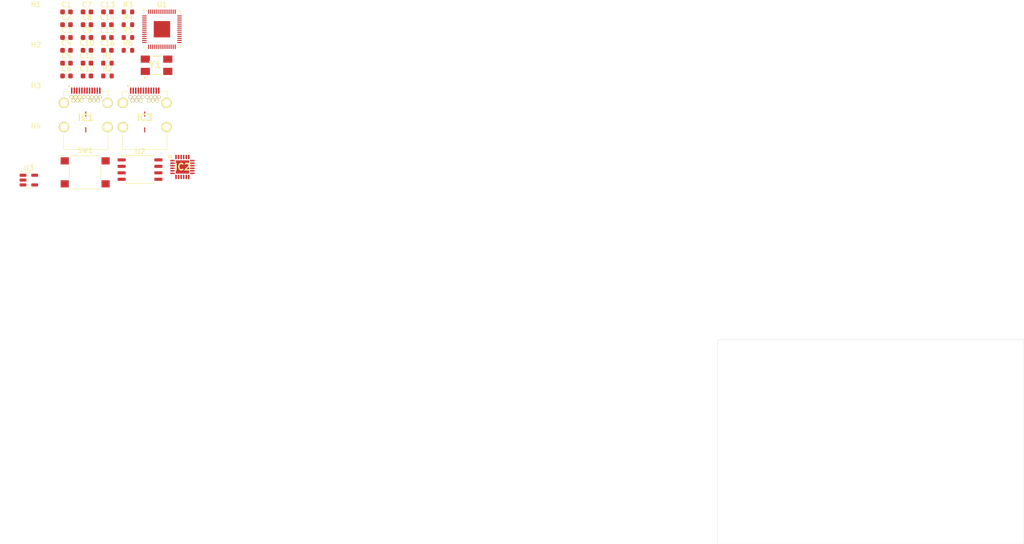
<source format=kicad_pcb>
(kicad_pcb (version 20240108) (generator "pcbnew") (generator_version "8.0")
  (layers (0 "F.Cu" signal) (31 "B.Cu" signal) (34 "B.Paste" user) (35 "F.Paste" user) (36 "B.SilkS" user "B.Silkscreen") (37 "F.SilkS" user "F.Silkscreen") (38 "B.Mask" user) (39 "F.Mask" user) (44 "Edge.Cuts" user))
  (net 0 "")
  (net 1 "GND")
  (net 3 "Net-(IC1-CC2)")
  (net 9 "Net-(IC1-CC1)")
  (net 19 "+3.3V")
  (net 22 "+1V1")
  (net 25 "VBUS")
  (net 27 "USB_D-")
  (net 29 "USB_D+")
  (net 37 "X_IN")
  (net 45 "X_OUT")
  (net 89 "Net-(U1-USB_DP)")
  (net 90 "Net-(U1-USB_DM)")
  (net 91 "I2C1_SDA")
  (net 92 "I2C1_SCL")
  (net 101 "Net-(IC3-CC2)")
  (net 106 "Net-(U1-QSPI_SS)")
  (net 107 "Net-(U1-QSPI_SD3)")
  (net 108 "Net-(U1-QSPI_SD0)")
  (net 109 "Net-(U1-QSPI_SD2)")
  (net 110 "Net-(U1-QSPI_SCLK)")
  (net 111 "Net-(U1-QSPI_SD1)")
  (net 112 "Net-(Y1-X2)")
  (net 114 "3.3V_EN")
  (net 115 "BOOT")
  (footprint "Capacitor_SMD:C_0603_1608Metric" (layer "F.Cu") (at 9.455 13.305)
    (property "Reference" "C6" (at 0 -1.43 0) (layer "F.SilkS"))
    (property "Value" "0.1u")
    (fp_line (start -0.14058 -0.51) (end 0.14058 -0.51) (stroke (width 0.12)) (layer "F.SilkS"))
    (fp_line (start -0.14058 0.51) (end 0.14058 0.51) (stroke (width 0.12)) (layer "F.SilkS"))
    (pad "1" smd roundrect (at -0.775 0) (size 0.9 0.95) (layers "F.Cu" "F.Paste" "F.Mask") (net 19 "+3.3V"))
    (pad "2" smd roundrect (at 0.775 0) (size 0.9 0.95) (layers "F.Cu" "F.Paste" "F.Mask") (net 1 "GND"))
  )
  (footprint "Capacitor_SMD:C_0603_1608Metric" (layer "F.Cu") (at 13.465 0.755)
    (property "Reference" "C7" (at 0 -1.43 0) (layer "F.SilkS"))
    (property "Value" "0.1u")
    (fp_line (start -0.14058 -0.51) (end 0.14058 -0.51) (stroke (width 0.12)) (layer "F.SilkS"))
    (fp_line (start -0.14058 0.51) (end 0.14058 0.51) (stroke (width 0.12)) (layer "F.SilkS"))
    (pad "1" smd roundrect (at -0.775 0) (size 0.9 0.95) (layers "F.Cu" "F.Paste" "F.Mask") (net 19 "+3.3V"))
    (pad "2" smd roundrect (at 0.775 0) (size 0.9 0.95) (layers "F.Cu" "F.Paste" "F.Mask") (net 1 "GND"))
  )
  (footprint "Capacitor_SMD:C_0603_1608Metric" (layer "F.Cu") (at 13.465 3.265)
    (property "Reference" "C8" (at 0 -1.43 0) (layer "F.SilkS"))
    (property "Value" "1u")
    (fp_line (start -0.14058 -0.51) (end 0.14058 -0.51) (stroke (width 0.12)) (layer "F.SilkS"))
    (fp_line (start -0.14058 0.51) (end 0.14058 0.51) (stroke (width 0.12)) (layer "F.SilkS"))
    (pad "1" smd roundrect (at -0.775 0) (size 0.9 0.95) (layers "F.Cu" "F.Paste" "F.Mask") (net 19 "+3.3V"))
    (pad "2" smd roundrect (at 0.775 0) (size 0.9 0.95) (layers "F.Cu" "F.Paste" "F.Mask") (net 1 "GND"))
  )
  (footprint "Capacitor_SMD:C_0603_1608Metric" (layer "F.Cu") (at 9.455 10.795)
    (property "Reference" "C5" (at 0 -1.43 0) (layer "F.SilkS"))
    (property "Value" "0.1u")
    (fp_line (start -0.14058 -0.51) (end 0.14058 -0.51) (stroke (width 0.12)) (layer "F.SilkS"))
    (fp_line (start -0.14058 0.51) (end 0.14058 0.51) (stroke (width 0.12)) (layer "F.SilkS"))
    (pad "1" smd roundrect (at -0.775 0) (size 0.9 0.95) (layers "F.Cu" "F.Paste" "F.Mask") (net 19 "+3.3V"))
    (pad "2" smd roundrect (at 0.775 0) (size 0.9 0.95) (layers "F.Cu" "F.Paste" "F.Mask") (net 1 "GND"))
  )
  (footprint "Capacitor_SMD:C_0603_1608Metric" (layer "F.Cu") (at 17.475 3.265)
    (property "Reference" "C14" (at 0 -1.43 0) (layer "F.SilkS"))
    (property "Value" "0.1u")
    (fp_line (start -0.14058 -0.51) (end 0.14058 -0.51) (stroke (width 0.12)) (layer "F.SilkS"))
    (fp_line (start -0.14058 0.51) (end 0.14058 0.51) (stroke (width 0.12)) (layer "F.SilkS"))
    (pad "1" smd roundrect (at -0.775 0) (size 0.9 0.95) (layers "F.Cu" "F.Paste" "F.Mask") (net 19 "+3.3V"))
    (pad "2" smd roundrect (at 0.775 0) (size 0.9 0.95) (layers "F.Cu" "F.Paste" "F.Mask") (net 1 "GND"))
  )
  (footprint "Package_SO:SOIC-8_5.23x5.23mm_P1.27mm" (layer "F.Cu") (at 23.855 31.645)
    (property "Reference" "U2" (at 0 -3.56 0) (layer "F.SilkS"))
    (property "Value" "W25Q128JVS")
    (fp_line (start -2.725 -2.725) (end -2.725 -2.465) (stroke (width 0.12)) (layer "F.SilkS"))
    (fp_line (start -2.725 2.725) (end -2.725 2.465) (stroke (width 0.12)) (layer "F.SilkS"))
    (fp_line (start 0 -2.725) (end -2.725 -2.725) (stroke (width 0.12)) (layer "F.SilkS"))
    (fp_line (start 0 -2.725) (end 2.725 -2.725) (stroke (width 0.12)) (layer "F.SilkS"))
    (fp_line (start 0 2.725) (end -2.725 2.725) (stroke (width 0.12)) (layer "F.SilkS"))
    (fp_line (start 0 2.725) (end 2.725 2.725) (stroke (width 0.12)) (layer "F.SilkS"))
    (fp_line (start 2.725 -2.725) (end 2.725 -2.465) (stroke (width 0.12)) (layer "F.SilkS"))
    (fp_line (start 2.725 2.725) (end 2.725 2.465) (stroke (width 0.12)) (layer "F.SilkS"))
    (fp_poly (pts (xy -3.5075 -2.465) (xy -3.7475 -2.795) (xy -3.2675 -2.795) (xy -3.5075 -2.465)) (stroke (width 0.12)) (fill solid) (layer "F.SilkS"))
    (pad "1" smd roundrect (at -3.6 -1.905) (size 1.6 0.6) (layers "F.Cu" "F.Paste" "F.Mask") (net 106 "Net-(U1-QSPI_SS)"))
    (pad "2" smd roundrect (at -3.6 -0.635) (size 1.6 0.6) (layers "F.Cu" "F.Paste" "F.Mask") (net 111 "Net-(U1-QSPI_SD1)"))
    (pad "3" smd roundrect (at -3.6 0.635) (size 1.6 0.6) (layers "F.Cu" "F.Paste" "F.Mask") (net 109 "Net-(U1-QSPI_SD2)"))
    (pad "4" smd roundrect (at -3.6 1.905) (size 1.6 0.6) (layers "F.Cu" "F.Paste" "F.Mask") (net 1 "GND"))
    (pad "5" smd roundrect (at 3.6 1.905) (size 1.6 0.6) (layers "F.Cu" "F.Paste" "F.Mask") (net 108 "Net-(U1-QSPI_SD0)"))
    (pad "6" smd roundrect (at 3.6 0.635) (size 1.6 0.6) (layers "F.Cu" "F.Paste" "F.Mask") (net 110 "Net-(U1-QSPI_SCLK)"))
    (pad "7" smd roundrect (at 3.6 -0.635) (size 1.6 0.6) (layers "F.Cu" "F.Paste" "F.Mask") (net 107 "Net-(U1-QSPI_SD3)"))
    (pad "8" smd roundrect (at 3.6 -1.905) (size 1.6 0.6) (layers "F.Cu" "F.Paste" "F.Mask") (net 19 "+3.3V"))
  )
  (footprint "TE-01:632723100011" (layer "F.Cu") (at 13.225 21.46)
    (property "Reference" "IC1" (at 0 0 0) (layer "F.SilkS") (effects (font (size 1.27 1.27) (thickness 0.254))))
    (property "Value" "632723100011" (hide yes))
    (fp_line (start -4.37 -5.11) (end -4.37 -4.15) (stroke (width 0.1)) (layer "F.SilkS"))
    (fp_line (start -4.37 3.35) (end -4.37 6.25) (stroke (width 0.1)) (layer "F.SilkS"))
    (fp_line (start -4.37 6.25) (end 4.37 6.25) (stroke (width 0.1)) (layer "F.SilkS"))
    (fp_line (start -3.27 -6.25) (end -3.27 -6.25) (stroke (width 0.3)) (layer "F.SilkS"))
    (fp_line (start -3.27 -6.15) (end -3.27 -6.15) (stroke (width 0.3)) (layer "F.SilkS"))
    (fp_line (start -3.27 -5.11) (end -4.37 -5.11) (stroke (width 0.1)) (layer "F.SilkS"))
    (fp_line (start 3.23 -5.15) (end 4.37 -5.11) (stroke (width 0.1)) (layer "F.SilkS"))
    (fp_line (start 4.37 -5.11) (end 4.37 -4.15) (stroke (width 0.1)) (layer "F.SilkS"))
    (fp_line (start 4.37 6.25) (end 4.37 3.35) (stroke (width 0.1)) (layer "F.SilkS"))
    (fp_arc (start -3.27 -6.25) (mid -3.22 -6.2) (end -3.27 -6.15) (stroke (width 0.3)) (layer "F.SilkS"))
    (fp_arc (start -3.27 -6.15) (mid -3.32 -6.2) (end -3.27 -6.25) (stroke (width 0.3)) (layer "F.SilkS"))
    (pad "A1" smd rect (at -2.75 -5.28) (size 0.3 1.2) (layers "F.Cu" "F.Paste" "F.Mask") (net 1 "GND"))
    (pad "A2" smd rect (at -2.25 -5.28) (size 0.3 1.2) (layers "F.Cu" "F.Paste" "F.Mask"))
    (pad "A3" smd rect (at -1.75 -5.28) (size 0.3 1.2) (layers "F.Cu" "F.Paste" "F.Mask"))
    (pad "A4" smd rect (at -1.25 -5.28) (size 0.3 1.2) (layers "F.Cu" "F.Paste" "F.Mask"))
    (pad "A5" smd rect (at -0.75 -5.28) (size 0.3 1.2) (layers "F.Cu" "F.Paste" "F.Mask") (net 9 "Net-(IC1-CC1)"))
    (pad "A6" smd rect (at -0.25 -5.28) (size 0.3 1.2) (layers "F.Cu" "F.Paste" "F.Mask"))
    (pad "A7" smd rect (at 0.25 -5.28) (size 0.3 1.2) (layers "F.Cu" "F.Paste" "F.Mask"))
    (pad "A8" smd rect (at 0.75 -5.28) (size 0.3 1.2) (layers "F.Cu" "F.Paste" "F.Mask"))
    (pad "A9" smd rect (at 1.25 -5.28) (size 0.3 1.2) (layers "F.Cu" "F.Paste" "F.Mask"))
    (pad "A10" smd rect (at 1.75 -5.28) (size 0.3 1.2) (layers "F.Cu" "F.Paste" "F.Mask"))
    (pad "A11" smd rect (at 2.25 -5.28) (size 0.3 1.2) (layers "F.Cu" "F.Paste" "F.Mask"))
    (pad "A12" smd rect (at 2.75 -5.28) (size 0.3 1.2) (layers "F.Cu" "F.Paste" "F.Mask") (net 1 "GND"))
    (pad "B1" thru_hole circle (at 2.8 -4.03 90) (size 0.7 0.7) (drill 0.4) (layers "*.Cu" "*.Mask" "F.SilkS") (net 1 "GND"))
    (pad "B2" thru_hole circle (at 2.4 -3.33 90) (size 0.7 0.7) (drill 0.4) (layers "*.Cu" "*.Mask" "F.SilkS"))
    (pad "B3" thru_hole circle (at 1.6 -3.33 90) (size 0.7 0.7) (drill 0.4) (layers "*.Cu" "*.Mask" "F.SilkS"))
    (pad "B4" thru_hole circle (at 1.2 -4.03 90) (size 0.7 0.7) (drill 0.4) (layers "*.Cu" "*.Mask" "F.SilkS"))
    (pad "B5" thru_hole circle (at 0.8 -3.33 90) (size 0.7 0.7) (drill 0.4) (layers "*.Cu" "*.Mask" "F.SilkS") (net 3 "Net-(IC1-CC2)"))
    (pad "B6" thru_hole circle (at 0.4 -4.03 90) (size 0.7 0.7) (drill 0.4) (layers "*.Cu" "*.Mask" "F.SilkS"))
    (pad "B7" thru_hole circle (at -0.4 -4.03 90) (size 0.7 0.7) (drill 0.4) (layers "*.Cu" "*.Mask" "F.SilkS"))
    (pad "B8" thru_hole circle (at -0.8 -3.33 90) (size 0.7 0.7) (drill 0.4) (layers "*.Cu" "*.Mask" "F.SilkS"))
    (pad "B9" thru_hole circle (at -1.2 -4.03 90) (size 0.7 0.7) (drill 0.4) (layers "*.Cu" "*.Mask" "F.SilkS"))
    (pad "B10" thru_hole circle (at -1.6 -3.33 90) (size 0.7 0.7) (drill 0.4) (layers "*.Cu" "*.Mask" "F.SilkS"))
    (pad "B11" thru_hole circle (at -2.4 -3.33 90) (size 0.7 0.7) (drill 0.4) (layers "*.Cu" "*.Mask" "F.SilkS"))
    (pad "B12" thru_hole circle (at -2.8 -4.03 90) (size 0.7 0.7) (drill 0.4) (layers "*.Cu" "*.Mask" "F.SilkS") (net 1 "GND"))
    (pad "G1" thru_hole circle (at -2 -4.03 90) (size 0.7 0.7) (drill 0.4) (layers "*.Cu" "*.Mask" "F.SilkS") (net 1 "GND"))
    (pad "G2" thru_hole circle (at 2 -4.03 90) (size 0.7 0.7) (drill 0.4) (layers "*.Cu" "*.Mask" "F.SilkS") (net 1 "GND"))
    (pad "MH1" thru_hole circle (at -4.27 -2.88 90) (size 2.01 2.01) (drill 1.34) (layers "*.Cu" "*.Mask" "F.SilkS"))
    (pad "MH2" thru_hole circle (at 4.27 -2.88 90) (size 2.01 2.01) (drill 1.34) (layers "*.Cu" "*.Mask" "F.SilkS"))
    (pad "MH3" thru_hole circle (at -4.27 1.85 90) (size 2.01 2.01) (drill 1.34) (layers "*.Cu" "*.Mask" "F.SilkS"))
    (pad "MH4" thru_hole circle (at 4.27 1.85 90) (size 2.01 2.01) (drill 1.34) (layers "*.Cu" "*.Mask" "F.SilkS"))
    (pad "MP1" smd rect (at 0 -0.7) (size 0.2 1) (layers "F.Cu" "F.Paste" "F.Mask"))
    (pad "MP2" smd rect (at 0 2.4) (size 0.2 1) (layers "F.Cu" "F.Paste" "F.Mask"))
  )
  (footprint "Resistor_SMD:R_0603_1608Metric" (layer "F.Cu") (at 21.485 0.755)
    (property "Reference" "R3" (at 0 -1.43 0) (layer "F.SilkS"))
    (property "Value" "NC")
    (fp_line (start -0.237258 -0.5225) (end 0.237258 -0.5225) (stroke (width 0.12)) (layer "F.SilkS"))
    (fp_line (start -0.237258 0.5225) (end 0.237258 0.5225) (stroke (width 0.12)) (layer "F.SilkS"))
    (pad "1" smd roundrect (at -0.825 0) (size 0.8 0.95) (layers "F.Cu" "F.Paste" "F.Mask") (net 19 "+3.3V"))
    (pad "2" smd roundrect (at 0.825 0) (size 0.8 0.95) (layers "F.Cu" "F.Paste" "F.Mask") (net 106 "Net-(U1-QSPI_SS)"))
  )
  (footprint "Package_DFN_QFN:QFN-56-1EP_7x7mm_P0.4mm_EP3.2x3.2mm" (layer "F.Cu") (at 28.145 4.155)
    (property "Reference" "U1" (at 0 -4.83 0) (layer "F.SilkS"))
    (property "Value" "RP2040")
    (fp_line (start -3.61 -2.96) (end -3.61 -3.37) (stroke (width 0.12)) (layer "F.SilkS"))
    (fp_line (start -3.61 3.61) (end -3.61 2.96) (stroke (width 0.12)) (layer "F.SilkS"))
    (fp_line (start -2.96 -3.61) (end -3.31 -3.61) (stroke (width 0.12)) (layer "F.SilkS"))
    (fp_line (start -2.96 3.61) (end -3.61 3.61) (stroke (width 0.12)) (layer "F.SilkS"))
    (fp_line (start 2.96 -3.61) (end 3.61 -3.61) (stroke (width 0.12)) (layer "F.SilkS"))
    (fp_line (start 2.96 3.61) (end 3.61 3.61) (stroke (width 0.12)) (layer "F.SilkS"))
    (fp_line (start 3.61 -3.61) (end 3.61 -2.96) (stroke (width 0.12)) (layer "F.SilkS"))
    (fp_line (start 3.61 3.61) (end 3.61 2.96) (stroke (width 0.12)) (layer "F.SilkS"))
    (fp_poly (pts (xy -3.61 -3.61) (xy -3.85 -3.94) (xy -3.37 -3.94) (xy -3.61 -3.61)) (stroke (width 0.12)) (fill solid) (layer "F.SilkS"))
    (pad "1" smd roundrect (at -3.4375 -2.6) (size 0.875 0.2) (layers "F.Cu" "F.Paste" "F.Mask") (net 19 "+3.3V"))
    (pad "2" smd roundrect (at -3.4375 -2.2) (size 0.875 0.2) (layers "F.Cu" "F.Paste" "F.Mask"))
    (pad "3" smd roundrect (at -3.4375 -1.8) (size 0.875 0.2) (layers "F.Cu" "F.Paste" "F.Mask"))
    (pad "4" smd roundrect (at -3.4375 -1.4) (size 0.875 0.2) (layers "F.Cu" "F.Paste" "F.Mask"))
    (pad "5" smd roundrect (at -3.4375 -1) (size 0.875 0.2) (layers "F.Cu" "F.Paste" "F.Mask"))
    (pad "6" smd roundrect (at -3.4375 -0.6) (size 0.875 0.2) (layers "F.Cu" "F.Paste" "F.Mask"))
    (pad "7" smd roundrect (at -3.4375 -0.2) (size 0.875 0.2) (layers "F.Cu" "F.Paste" "F.Mask"))
    (pad "8" smd roundrect (at -3.4375 0.2) (size 0.875 0.2) (layers "F.Cu" "F.Paste" "F.Mask") (net 91 "I2C1_SDA"))
    (pad "9" smd roundrect (at -3.4375 0.6) (size 0.875 0.2) (layers "F.Cu" "F.Paste" "F.Mask") (net 92 "I2C1_SCL"))
    (pad "10" smd roundrect (at -3.4375 1) (size 0.875 0.2) (layers "F.Cu" "F.Paste" "F.Mask") (net 19 "+3.3V"))
    (pad "11" smd roundrect (at -3.4375 1.4) (size 0.875 0.2) (layers "F.Cu" "F.Paste" "F.Mask"))
    (pad "12" smd roundrect (at -3.4375 1.8) (size 0.875 0.2) (layers "F.Cu" "F.Paste" "F.Mask"))
    (pad "13" smd roundrect (at -3.4375 2.2) (size 0.875 0.2) (layers "F.Cu" "F.Paste" "F.Mask"))
    (pad "14" smd roundrect (at -3.4375 2.6) (size 0.875 0.2) (layers "F.Cu" "F.Paste" "F.Mask"))
    (pad "15" smd roundrect (at -2.6 3.4375) (size 0.2 0.875) (layers "F.Cu" "F.Paste" "F.Mask"))
    (pad "16" smd roundrect (at -2.2 3.4375) (size 0.2 0.875) (layers "F.Cu" "F.Paste" "F.Mask"))
    (pad "17" smd roundrect (at -1.8 3.4375) (size 0.2 0.875) (layers "F.Cu" "F.Paste" "F.Mask"))
    (pad "18" smd roundrect (at -1.4 3.4375) (size 0.2 0.875) (layers "F.Cu" "F.Paste" "F.Mask"))
    (pad "19" smd roundrect (at -1 3.4375) (size 0.2 0.875) (layers "F.Cu" "F.Paste" "F.Mask") (net 1 "GND"))
    (pad "20" smd roundrect (at -0.6 3.4375) (size 0.2 0.875) (layers "F.Cu" "F.Paste" "F.Mask") (net 37 "X_IN"))
    (pad "21" smd roundrect (at -0.2 3.4375) (size 0.2 0.875) (layers "F.Cu" "F.Paste" "F.Mask") (net 45 "X_OUT"))
    (pad "22" smd roundrect (at 0.2 3.4375) (size 0.2 0.875) (layers "F.Cu" "F.Paste" "F.Mask") (net 19 "+3.3V"))
    (pad "23" smd roundrect (at 0.6 3.4375) (size 0.2 0.875) (layers "F.Cu" "F.Paste" "F.Mask") (net 22 "+1V1"))
    (pad "24" smd roundrect (at 1 3.4375) (size 0.2 0.875) (layers "F.Cu" "F.Paste" "F.Mask"))
    (pad "25" smd roundrect (at 1.4 3.4375) (size 0.2 0.875) (layers "F.Cu" "F.Paste" "F.Mask"))
    (pad "26" smd roundrect (at 1.8 3.4375) (size 0.2 0.875) (layers "F.Cu" "F.Paste" "F.Mask"))
    (pad "27" smd roundrect (at 2.2 3.4375) (size 0.2 0.875) (layers "F.Cu" "F.Paste" "F.Mask"))
    (pad "28" smd roundrect (at 2.6 3.4375) (size 0.2 0.875) (layers "F.Cu" "F.Paste" "F.Mask"))
    (pad "29" smd roundrect (at 3.4375 2.6) (size 0.875 0.2) (layers "F.Cu" "F.Paste" "F.Mask"))
    (pad "30" smd roundrect (at 3.4375 2.2) (size 0.875 0.2) (layers "F.Cu" "F.Paste" "F.Mask"))
    (pad "31" smd roundrect (at 3.4375 1.8) (size 0.875 0.2) (layers "F.Cu" "F.Paste" "F.Mask"))
    (pad "32" smd roundrect (at 3.4375 1.4) (size 0.875 0.2) (layers "F.Cu" "F.Paste" "F.Mask"))
    (pad "33" smd roundrect (at 3.4375 1) (size 0.875 0.2) (layers "F.Cu" "F.Paste" "F.Mask") (net 19 "+3.3V"))
    (pad "34" smd roundrect (at 3.4375 0.6) (size 0.875 0.2) (layers "F.Cu" "F.Paste" "F.Mask"))
    (pad "35" smd roundrect (at 3.4375 0.2) (size 0.875 0.2) (layers "F.Cu" "F.Paste" "F.Mask"))
    (pad "36" smd roundrect (at 3.4375 -0.2) (size 0.875 0.2) (layers "F.Cu" "F.Paste" "F.Mask"))
    (pad "37" smd roundrect (at 3.4375 -0.6) (size 0.875 0.2) (layers "F.Cu" "F.Paste" "F.Mask"))
    (pad "38" smd roundrect (at 3.4375 -1) (size 0.875 0.2) (layers "F.Cu" "F.Paste" "F.Mask"))
    (pad "39" smd roundrect (at 3.4375 -1.4) (size 0.875 0.2) (layers "F.Cu" "F.Paste" "F.Mask"))
    (pad "40" smd roundrect (at 3.4375 -1.8) (size 0.875 0.2) (layers "F.Cu" "F.Paste" "F.Mask"))
    (pad "41" smd roundrect (at 3.4375 -2.2) (size 0.875 0.2) (layers "F.Cu" "F.Paste" "F.Mask"))
    (pad "42" smd roundrect (at 3.4375 -2.6) (size 0.875 0.2) (layers "F.Cu" "F.Paste" "F.Mask") (net 19 "+3.3V"))
    (pad "43" smd roundrect (at 2.6 -3.4375) (size 0.2 0.875) (layers "F.Cu" "F.Paste" "F.Mask") (net 19 "+3.3V"))
    (pad "44" smd roundrect (at 2.2 -3.4375) (size 0.2 0.875) (layers "F.Cu" "F.Paste" "F.Mask") (net 19 "+3.3V"))
    (pad "45" smd roundrect (at 1.8 -3.4375) (size 0.2 0.875) (layers "F.Cu" "F.Paste" "F.Mask") (net 22 "+1V1"))
    (pad "46" smd roundrect (at 1.4 -3.4375) (size 0.2 0.875) (layers "F.Cu" "F.Paste" "F.Mask") (net 90 "Net-(U1-USB_DM)"))
    (pad "47" smd roundrect (at 1 -3.4375) (size 0.2 0.875) (layers "F.Cu" "F.Paste" "F.Mask") (net 89 "Net-(U1-USB_DP)"))
    (pad "48" smd roundrect (at 0.6 -3.4375) (size 0.2 0.875) (layers "F.Cu" "F.Paste" "F.Mask") (net 19 "+3.3V"))
    (pad "49" smd roundrect (at 0.2 -3.4375) (size 0.2 0.875) (layers "F.Cu" "F.Paste" "F.Mask") (net 19 "+3.3V"))
    (pad "50" smd roundrect (at -0.2 -3.4375) (size 0.2 0.875) (layers "F.Cu" "F.Paste" "F.Mask") (net 22 "+1V1"))
    (pad "51" smd roundrect (at -0.6 -3.4375) (size 0.2 0.875) (layers "F.Cu" "F.Paste" "F.Mask") (net 107 "Net-(U1-QSPI_SD3)"))
    (pad "52" smd roundrect (at -1 -3.4375) (size 0.2 0.875) (layers "F.Cu" "F.Paste" "F.Mask") (net 110 "Net-(U1-QSPI_SCLK)"))
    (pad "53" smd roundrect (at -1.4 -3.4375) (size 0.2 0.875) (layers "F.Cu" "F.Paste" "F.Mask") (net 108 "Net-(U1-QSPI_SD0)"))
    (pad "54" smd roundrect (at -1.8 -3.4375) (size 0.2 0.875) (layers "F.Cu" "F.Paste" "F.Mask") (net 109 "Net-(U1-QSPI_SD2)"))
    (pad "55" smd roundrect (at -2.2 -3.4375) (size 0.2 0.875) (layers "F.Cu" "F.Paste" "F.Mask") (net 111 "Net-(U1-QSPI_SD1)"))
    (pad "56" smd roundrect (at -2.6 -3.4375) (size 0.2 0.875) (layers "F.Cu" "F.Paste" "F.Mask") (net 106 "Net-(U1-QSPI_SS)"))
    (pad "57" smd rect (at 0 0) (size 3.2 3.2) (property pad_prop_heatsink) (layers "F.Cu" "F.Mask") (net 1 "GND"))
  )
  (footprint "Resistor_SMD:R_0603_1608Metric" (layer "F.Cu") (at 17.475 13.305)
    (property "Reference" "R2" (at 0 -1.43 0) (layer "F.SilkS"))
    (property "Value" "27")
    (fp_line (start -0.237258 -0.5225) (end 0.237258 -0.5225) (stroke (width 0.12)) (layer "F.SilkS"))
    (fp_line (start -0.237258 0.5225) (end 0.237258 0.5225) (stroke (width 0.12)) (layer "F.SilkS"))
    (pad "1" smd roundrect (at -0.825 0) (size 0.8 0.95) (layers "F.Cu" "F.Paste" "F.Mask") (net 27 "USB_D-"))
    (pad "2" smd roundrect (at 0.825 0) (size 0.8 0.95) (layers "F.Cu" "F.Paste" "F.Mask") (net 90 "Net-(U1-USB_DM)"))
  )
  (footprint "Capacitor_SMD:C_0603_1608Metric" (layer "F.Cu") (at 13.465 13.305)
    (property "Reference" "C12" (at 0 -1.43 0) (layer "F.SilkS"))
    (property "Value" "0.1u")
    (fp_line (start -0.14058 -0.51) (end 0.14058 -0.51) (stroke (width 0.12)) (layer "F.SilkS"))
    (fp_line (start -0.14058 0.51) (end 0.14058 0.51) (stroke (width 0.12)) (layer "F.SilkS"))
    (pad "1" smd roundrect (at -0.775 0) (size 0.9 0.95) (layers "F.Cu" "F.Paste" "F.Mask") (net 19 "+3.3V"))
    (pad "2" smd roundrect (at 0.775 0) (size 0.9 0.95) (layers "F.Cu" "F.Paste" "F.Mask") (net 1 "GND"))
  )
  (footprint "Capacitor_SMD:C_0603_1608Metric" (layer "F.Cu") (at 9.455 5.775)
    (property "Reference" "C3" (at 0 -1.43 0) (layer "F.SilkS"))
    (property "Value" "0.1u")
    (fp_line (start -0.14058 -0.51) (end 0.14058 -0.51) (stroke (width 0.12)) (layer "F.SilkS"))
    (fp_line (start -0.14058 0.51) (end 0.14058 0.51) (stroke (width 0.12)) (layer "F.SilkS"))
    (pad "1" smd roundrect (at -0.775 0) (size 0.9 0.95) (layers "F.Cu" "F.Paste" "F.Mask") (net 19 "+3.3V"))
    (pad "2" smd roundrect (at 0.775 0) (size 0.9 0.95) (layers "F.Cu" "F.Paste" "F.Mask") (net 1 "GND"))
  )
  (footprint "Capacitor_SMD:C_0603_1608Metric" (layer "F.Cu") (at 17.475 5.775)
    (property "Reference" "C15" (at 0 -1.43 0) (layer "F.SilkS"))
    (property "Value" "27p")
    (fp_line (start -0.14058 -0.51) (end 0.14058 -0.51) (stroke (width 0.12)) (layer "F.SilkS"))
    (fp_line (start -0.14058 0.51) (end 0.14058 0.51) (stroke (width 0.12)) (layer "F.SilkS"))
    (pad "1" smd roundrect (at -0.775 0) (size 0.9 0.95) (layers "F.Cu" "F.Paste" "F.Mask") (net 37 "X_IN"))
    (pad "2" smd roundrect (at 0.775 0) (size 0.9 0.95) (layers "F.Cu" "F.Paste" "F.Mask") (net 1 "GND"))
  )
  (footprint "MountingHole:MountingHole_3.2mm_M3" (layer "F.Cu") (at 3.475 3.475)
    (property "Reference" "H1" (at 0 -4.2 0) (layer "F.SilkS"))
    (property "Value" "MountingHole")
    (pad "" np_thru_hole circle (at 0 0) (size 3.2 3.2) (drill 3.2) (layers "*.Cu" "*.Mask"))
  )
  (footprint "Capacitor_SMD:C_0603_1608Metric" (layer "F.Cu") (at 13.465 10.795)
    (property "Reference" "C11" (at 0 -1.43 0) (layer "F.SilkS"))
    (property "Value" "1u")
    (fp_line (start -0.14058 -0.51) (end 0.14058 -0.51) (stroke (width 0.12)) (layer "F.SilkS"))
    (fp_line (start -0.14058 0.51) (end 0.14058 0.51) (stroke (width 0.12)) (layer "F.SilkS"))
    (pad "1" smd roundrect (at -0.775 0) (size 0.9 0.95) (layers "F.Cu" "F.Paste" "F.Mask") (net 22 "+1V1"))
    (pad "2" smd roundrect (at 0.775 0) (size 0.9 0.95) (layers "F.Cu" "F.Paste" "F.Mask") (net 1 "GND"))
  )
  (footprint "Capacitor_SMD:C_0603_1608Metric" (layer "F.Cu") (at 13.465 5.775)
    (property "Reference" "C9" (at 0 -1.43 0) (layer "F.SilkS"))
    (property "Value" "0.1u")
    (fp_line (start -0.14058 -0.51) (end 0.14058 -0.51) (stroke (width 0.12)) (layer "F.SilkS"))
    (fp_line (start -0.14058 0.51) (end 0.14058 0.51) (stroke (width 0.12)) (layer "F.SilkS"))
    (pad "1" smd roundrect (at -0.775 0) (size 0.9 0.95) (layers "F.Cu" "F.Paste" "F.Mask") (net 22 "+1V1"))
    (pad "2" smd roundrect (at 0.775 0) (size 0.9 0.95) (layers "F.Cu" "F.Paste" "F.Mask") (net 1 "GND"))
  )
  (footprint "Capacitor_SMD:C_0603_1608Metric" (layer "F.Cu") (at 9.455 8.285)
    (property "Reference" "C4" (at 0 -1.43 0) (layer "F.SilkS"))
    (property "Value" "0.1u")
    (fp_line (start -0.14058 -0.51) (end 0.14058 -0.51) (stroke (width 0.12)) (layer "F.SilkS"))
    (fp_line (start -0.14058 0.51) (end 0.14058 0.51) (stroke (width 0.12)) (layer "F.SilkS"))
    (pad "1" smd roundrect (at -0.775 0) (size 0.9 0.95) (layers "F.Cu" "F.Paste" "F.Mask") (net 19 "+3.3V"))
    (pad "2" smd roundrect (at 0.775 0) (size 0.9 0.95) (layers "F.Cu" "F.Paste" "F.Mask") (net 1 "GND"))
  )
  (footprint "Capacitor_SMD:C_0603_1608Metric" (layer "F.Cu") (at 9.455 0.755)
    (property "Reference" "C1" (at 0 -1.43 0) (layer "F.SilkS"))
    (property "Value" "0.1u")
    (fp_line (start -0.14058 -0.51) (end 0.14058 -0.51) (stroke (width 0.12)) (layer "F.SilkS"))
    (fp_line (start -0.14058 0.51) (end 0.14058 0.51) (stroke (width 0.12)) (layer "F.SilkS"))
    (pad "1" smd roundrect (at -0.775 0) (size 0.9 0.95) (layers "F.Cu" "F.Paste" "F.Mask") (net 19 "+3.3V"))
    (pad "2" smd roundrect (at 0.775 0) (size 0.9 0.95) (layers "F.Cu" "F.Paste" "F.Mask") (net 1 "GND"))
  )
  (footprint "TE-01:632723100011" (layer "F.Cu") (at 24.775 21.46)
    (property "Reference" "IC3" (at 0 0 0) (layer "F.SilkS") (effects (font (size 1.27 1.27) (thickness 0.254))))
    (property "Value" "632723100011" (hide yes))
    (fp_line (start -4.37 -5.11) (end -4.37 -4.15) (stroke (width 0.1)) (layer "F.SilkS"))
    (fp_line (start -4.37 3.35) (end -4.37 6.25) (stroke (width 0.1)) (layer "F.SilkS"))
    (fp_line (start -4.37 6.25) (end 4.37 6.25) (stroke (width 0.1)) (layer "F.SilkS"))
    (fp_line (start -3.27 -6.25) (end -3.27 -6.25) (stroke (width 0.3)) (layer "F.SilkS"))
    (fp_line (start -3.27 -6.15) (end -3.27 -6.15) (stroke (width 0.3)) (layer "F.SilkS"))
    (fp_line (start -3.27 -5.11) (end -4.37 -5.11) (stroke (width 0.1)) (layer "F.SilkS"))
    (fp_line (start 3.23 -5.15) (end 4.37 -5.11) (stroke (width 0.1)) (layer "F.SilkS"))
    (fp_line (start 4.37 -5.11) (end 4.37 -4.15) (stroke (width 0.1)) (layer "F.SilkS"))
    (fp_line (start 4.37 6.25) (end 4.37 3.35) (stroke (width 0.1)) (layer "F.SilkS"))
    (fp_arc (start -3.27 -6.25) (mid -3.22 -6.2) (end -3.27 -6.15) (stroke (width 0.3)) (layer "F.SilkS"))
    (fp_arc (start -3.27 -6.15) (mid -3.32 -6.2) (end -3.27 -6.25) (stroke (width 0.3)) (layer "F.SilkS"))
    (pad "A1" smd rect (at -2.75 -5.28) (size 0.3 1.2) (layers "F.Cu" "F.Paste" "F.Mask") (net 1 "GND"))
    (pad "A2" smd rect (at -2.25 -5.28) (size 0.3 1.2) (layers "F.Cu" "F.Paste" "F.Mask"))
    (pad "A3" smd rect (at -1.75 -5.28) (size 0.3 1.2) (layers "F.Cu" "F.Paste" "F.Mask"))
    (pad "A4" smd rect (at -1.25 -5.28) (size 0.3 1.2) (layers "F.Cu" "F.Paste" "F.Mask") (net 25 "VBUS"))
    (pad "A5" smd rect (at -0.75 -5.28) (size 0.3 1.2) (layers "F.Cu" "F.Paste" "F.Mask") (net 1 "GND"))
    (pad "A6" smd rect (at -0.25 -5.28) (size 0.3 1.2) (layers "F.Cu" "F.Paste" "F.Mask") (net 29 "USB_D+"))
    (pad "A7" smd rect (at 0.25 -5.28) (size 0.3 1.2) (layers "F.Cu" "F.Paste" "F.Mask") (net 27 "USB_D-"))
    (pad "A8" smd rect (at 0.75 -5.28) (size 0.3 1.2) (layers "F.Cu" "F.Paste" "F.Mask"))
    (pad "A9" smd rect (at 1.25 -5.28) (size 0.3 1.2) (layers "F.Cu" "F.Paste" "F.Mask") (net 25 "VBUS"))
    (pad "A10" smd rect (at 1.75 -5.28) (size 0.3 1.2) (layers "F.Cu" "F.Paste" "F.Mask"))
    (pad "A11" smd rect (at 2.25 -5.28) (size 0.3 1.2) (layers "F.Cu" "F.Paste" "F.Mask"))
    (pad "A12" smd rect (at 2.75 -5.28) (size 0.3 1.2) (layers "F.Cu" "F.Paste" "F.Mask") (net 1 "GND"))
    (pad "B1" thru_hole circle (at 2.8 -4.03 90) (size 0.7 0.7) (drill 0.4) (layers "*.Cu" "*.Mask" "F.SilkS") (net 1 "GND"))
    (pad "B2" thru_hole circle (at 2.4 -3.33 90) (size 0.7 0.7) (drill 0.4) (layers "*.Cu" "*.Mask" "F.SilkS"))
    (pad "B3" thru_hole circle (at 1.6 -3.33 90) (size 0.7 0.7) (drill 0.4) (layers "*.Cu" "*.Mask" "F.SilkS"))
    (pad "B4" thru_hole circle (at 1.2 -4.03 90) (size 0.7 0.7) (drill 0.4) (layers "*.Cu" "*.Mask" "F.SilkS") (net 25 "VBUS"))
    (pad "B5" thru_hole circle (at 0.8 -3.33 90) (size 0.7 0.7) (drill 0.4) (layers "*.Cu" "*.Mask" "F.SilkS") (net 101 "Net-(IC3-CC2)"))
    (pad "B6" thru_hole circle (at 0.4 -4.03 90) (size 0.7 0.7) (drill 0.4) (layers "*.Cu" "*.Mask" "F.SilkS") (net 29 "USB_D+"))
    (pad "B7" thru_hole circle (at -0.4 -4.03 90) (size 0.7 0.7) (drill 0.4) (layers "*.Cu" "*.Mask" "F.SilkS") (net 27 "USB_D-"))
    (pad "B8" thru_hole circle (at -0.8 -3.33 90) (size 0.7 0.7) (drill 0.4) (layers "*.Cu" "*.Mask" "F.SilkS"))
    (pad "B9" thru_hole circle (at -1.2 -4.03 90) (size 0.7 0.7) (drill 0.4) (layers "*.Cu" "*.Mask" "F.SilkS") (net 25 "VBUS"))
    (pad "B10" thru_hole circle (at -1.6 -3.33 90) (size 0.7 0.7) (drill 0.4) (layers "*.Cu" "*.Mask" "F.SilkS"))
    (pad "B11" thru_hole circle (at -2.4 -3.33 90) (size 0.7 0.7) (drill 0.4) (layers "*.Cu" "*.Mask" "F.SilkS"))
    (pad "B12" thru_hole circle (at -2.8 -4.03 90) (size 0.7 0.7) (drill 0.4) (layers "*.Cu" "*.Mask" "F.SilkS") (net 1 "GND"))
    (pad "G1" thru_hole circle (at -2 -4.03 90) (size 0.7 0.7) (drill 0.4) (layers "*.Cu" "*.Mask" "F.SilkS") (net 1 "GND"))
    (pad "G2" thru_hole circle (at 2 -4.03 90) (size 0.7 0.7) (drill 0.4) (layers "*.Cu" "*.Mask" "F.SilkS") (net 1 "GND"))
    (pad "MH1" thru_hole circle (at -4.27 -2.88 90) (size 2.01 2.01) (drill 1.34) (layers "*.Cu" "*.Mask" "F.SilkS"))
    (pad "MH2" thru_hole circle (at 4.27 -2.88 90) (size 2.01 2.01) (drill 1.34) (layers "*.Cu" "*.Mask" "F.SilkS"))
    (pad "MH3" thru_hole circle (at -4.27 1.85 90) (size 2.01 2.01) (drill 1.34) (layers "*.Cu" "*.Mask" "F.SilkS"))
    (pad "MH4" thru_hole circle (at 4.27 1.85 90) (size 2.01 2.01) (drill 1.34) (layers "*.Cu" "*.Mask" "F.SilkS"))
    (pad "MP1" smd rect (at 0 -0.7) (size 0.2 1) (layers "F.Cu" "F.Paste" "F.Mask"))
    (pad "MP2" smd rect (at 0 2.4) (size 0.2 1) (layers "F.Cu" "F.Paste" "F.Mask"))
  )
  (footprint "Resistor_SMD:R_0603_1608Metric" (layer "F.Cu") (at 21.485 8.285)
    (property "Reference" "R6" (at 0 -1.43 0) (layer "F.SilkS"))
    (property "Value" "1k")
    (fp_line (start -0.237258 -0.5225) (end 0.237258 -0.5225) (stroke (width 0.12)) (layer "F.SilkS"))
    (fp_line (start -0.237258 0.5225) (end 0.237258 0.5225) (stroke (width 0.12)) (layer "F.SilkS"))
    (pad "1" smd roundrect (at -0.825 0) (size 0.8 0.95) (layers "F.Cu" "F.Paste" "F.Mask") (net 45 "X_OUT"))
    (pad "2" smd roundrect (at 0.825 0) (size 0.8 0.95) (layers "F.Cu" "F.Paste" "F.Mask") (net 112 "Net-(Y1-X2)"))
  )
  (footprint "MountingHole:MountingHole_3.2mm_M3" (layer "F.Cu") (at 3.475 27.325)
    (property "Reference" "H4" (at 0 -4.2 0) (layer "F.SilkS"))
    (property "Value" "MountingHole")
    (pad "" np_thru_hole circle (at 0 0) (size 3.2 3.2) (drill 3.2) (layers "*.Cu" "*.Mask"))
  )
  (footprint "Resistor_SMD:R_0603_1608Metric" (layer "F.Cu") (at 21.485 5.775)
    (property "Reference" "R5" (at 0 -1.43 0) (layer "F.SilkS"))
    (property "Value" "NC")
    (fp_line (start -0.237258 -0.5225) (end 0.237258 -0.5225) (stroke (width 0.12)) (layer "F.SilkS"))
    (fp_line (start -0.237258 0.5225) (end 0.237258 0.5225) (stroke (width 0.12)) (layer "F.SilkS"))
    (pad "1" smd roundrect (at -0.825 0) (size 0.8 0.95) (layers "F.Cu" "F.Paste" "F.Mask") (net 115 "BOOT"))
    (pad "2" smd roundrect (at 0.825 0) (size 0.8 0.95) (layers "F.Cu" "F.Paste" "F.Mask") (net 106 "Net-(U1-QSPI_SS)"))
  )
  (footprint "Resistor_SMD:R_0603_1608Metric" (layer "F.Cu") (at 17.475 10.795)
    (property "Reference" "R1" (at 0 -1.43 0) (layer "F.SilkS"))
    (property "Value" "27")
    (fp_line (start -0.237258 -0.5225) (end 0.237258 -0.5225) (stroke (width 0.12)) (layer "F.SilkS"))
    (fp_line (start -0.237258 0.5225) (end 0.237258 0.5225) (stroke (width 0.12)) (layer "F.SilkS"))
    (pad "1" smd roundrect (at -0.825 0) (size 0.8 0.95) (layers "F.Cu" "F.Paste" "F.Mask") (net 29 "USB_D+"))
    (pad "2" smd roundrect (at 0.825 0) (size 0.8 0.95) (layers "F.Cu" "F.Paste" "F.Mask") (net 89 "Net-(U1-USB_DP)"))
  )
  (footprint "Capacitor_SMD:C_0603_1608Metric" (layer "F.Cu") (at 13.465 8.285)
    (property "Reference" "C10" (at 0 -1.43 0) (layer "F.SilkS"))
    (property "Value" "0.1u")
    (fp_line (start -0.14058 -0.51) (end 0.14058 -0.51) (stroke (width 0.12)) (layer "F.SilkS"))
    (fp_line (start -0.14058 0.51) (end 0.14058 0.51) (stroke (width 0.12)) (layer "F.SilkS"))
    (pad "1" smd roundrect (at -0.775 0) (size 0.9 0.95) (layers "F.Cu" "F.Paste" "F.Mask") (net 22 "+1V1"))
    (pad "2" smd roundrect (at 0.775 0) (size 0.9 0.95) (layers "F.Cu" "F.Paste" "F.Mask") (net 1 "GND"))
  )
  (footprint "TE-01:QFN50P400X400X90-25N-D" (layer "F.Cu") (at 32.157 31.135)
    (property "Reference" "IC2" (at 0 0 0) (layer "F.SilkS") (effects (font (size 1.27 1.27) (thickness 0.254))))
    (property "Value" "STUSB4700YQTR" (hide yes))
    (fp_circle (center -2.375 -2) (end -2.25 -2) (stroke (width 0.254)) (fill none) (layer "F.SilkS"))
    (pad "1" smd rect (at -1.95 -1.25 90) (size 0.3 0.85) (layers "F.Cu" "F.Paste" "F.Mask"))
    (pad "2" smd rect (at -1.95 -0.75 90) (size 0.3 0.85) (layers "F.Cu" "F.Paste" "F.Mask") (net 9 "Net-(IC1-CC1)"))
    (pad "3" smd rect (at -1.95 -0.25 90) (size 0.3 0.85) (layers "F.Cu" "F.Paste" "F.Mask"))
    (pad "4" smd rect (at -1.95 0.25 90) (size 0.3 0.85) (layers "F.Cu" "F.Paste" "F.Mask") (net 3 "Net-(IC1-CC2)"))
    (pad "5" smd rect (at -1.95 0.75 90) (size 0.3 0.85) (layers "F.Cu" "F.Paste" "F.Mask"))
    (pad "6" smd rect (at -1.95 1.25 90) (size 0.3 0.85) (layers "F.Cu" "F.Paste" "F.Mask"))
    (pad "7" smd rect (at -1.25 1.95) (size 0.3 0.85) (layers "F.Cu" "F.Paste" "F.Mask") (net 92 "I2C1_SCL"))
    (pad "8" smd rect (at -0.75 1.95) (size 0.3 0.85) (layers "F.Cu" "F.Paste" "F.Mask") (net 91 "I2C1_SDA"))
    (pad "9" smd rect (at -0.25 1.95) (size 0.3 0.85) (layers "F.Cu" "F.Paste" "F.Mask"))
    (pad "10" smd rect (at 0.25 1.95) (size 0.3 0.85) (layers "F.Cu" "F.Paste" "F.Mask") (net 1 "GND"))
    (pad "11" smd rect (at 0.75 1.95) (size 0.3 0.85) (layers "F.Cu" "F.Paste" "F.Mask"))
    (pad "12" smd rect (at 1.25 1.95) (size 0.3 0.85) (layers "F.Cu" "F.Paste" "F.Mask"))
    (pad "13" smd rect (at 1.95 1.25 90) (size 0.3 0.85) (layers "F.Cu" "F.Paste" "F.Mask"))
    (pad "14" smd rect (at 1.95 0.75 90) (size 0.3 0.85) (layers "F.Cu" "F.Paste" "F.Mask"))
    (pad "15" smd rect (at 1.95 0.25 90) (size 0.3 0.85) (layers "F.Cu" "F.Paste" "F.Mask"))
    (pad "16" smd rect (at 1.95 -0.25 90) (size 0.3 0.85) (layers "F.Cu" "F.Paste" "F.Mask"))
    (pad "17" smd rect (at 1.95 -0.75 90) (size 0.3 0.85) (layers "F.Cu" "F.Paste" "F.Mask"))
    (pad "18" smd rect (at 1.95 -1.25 90) (size 0.3 0.85) (layers "F.Cu" "F.Paste" "F.Mask"))
    (pad "19" smd rect (at 1.25 -1.95) (size 0.3 0.85) (layers "F.Cu" "F.Paste" "F.Mask"))
    (pad "20" smd rect (at 0.75 -1.95) (size 0.3 0.85) (layers "F.Cu" "F.Paste" "F.Mask"))
    (pad "21" smd rect (at 0.25 -1.95) (size 0.3 0.85) (layers "F.Cu" "F.Paste" "F.Mask"))
    (pad "22" smd rect (at -0.25 -1.95) (size 0.3 0.85) (layers "F.Cu" "F.Paste" "F.Mask"))
    (pad "23" smd rect (at -0.75 -1.95) (size 0.3 0.85) (layers "F.Cu" "F.Paste" "F.Mask"))
    (pad "24" smd rect (at -1.25 -1.95) (size 0.3 0.85) (layers "F.Cu" "F.Paste" "F.Mask"))
    (pad "25" smd rect (at 0 0) (size 2.6 2.6) (layers "F.Cu" "F.Paste" "F.Mask"))
  )
  (footprint "MountingHole:MountingHole_3.2mm_M3" (layer "F.Cu") (at 3.475 11.425)
    (property "Reference" "H2" (at 0 -4.2 0) (layer "F.SilkS"))
    (property "Value" "MountingHole")
    (pad "" np_thru_hole circle (at 0 0) (size 3.2 3.2) (drill 3.2) (layers "*.Cu" "*.Mask"))
  )
  (footprint "Capacitor_SMD:C_0603_1608Metric" (layer "F.Cu") (at 17.475 0.755)
    (property "Reference" "C13" (at 0 -1.43 0) (layer "F.SilkS"))
    (property "Value" "0.1u")
    (fp_line (start -0.14058 -0.51) (end 0.14058 -0.51) (stroke (width 0.12)) (layer "F.SilkS"))
    (fp_line (start -0.14058 0.51) (end 0.14058 0.51) (stroke (width 0.12)) (layer "F.SilkS"))
    (pad "1" smd roundrect (at -0.775 0) (size 0.9 0.95) (layers "F.Cu" "F.Paste" "F.Mask") (net 25 "VBUS"))
    (pad "2" smd roundrect (at 0.775 0) (size 0.9 0.95) (layers "F.Cu" "F.Paste" "F.Mask") (net 1 "GND"))
  )
  (footprint "MountingHole:MountingHole_3.2mm_M3" (layer "F.Cu") (at 3.475 19.375)
    (property "Reference" "H3" (at 0 -4.2 0) (layer "F.SilkS"))
    (property "Value" "MountingHole")
    (pad "" np_thru_hole circle (at 0 0) (size 3.2 3.2) (drill 3.2) (layers "*.Cu" "*.Mask"))
  )
  (footprint "TE-01:ABMM2" (layer "F.Cu") (at 27.09 11.21)
    (property "Reference" "Y1" (at -0.309 -0.065 0) (layer "F.SilkS") (effects (font (size 1.27 1.27) (thickness 0.254))))
    (property "Value" "ABMM2-12.000MHZ-E2-T" (hide yes))
    (fp_line (start -0.938 -1.8) (end 0.938 -1.8) (stroke (width 0.2)) (layer "F.SilkS"))
    (fp_line (start -0.938 1.8) (end 0.938 1.8) (stroke (width 0.2)) (layer "F.SilkS"))
    (fp_circle (center -2.252 2.475) (end -2.252 2.52167) (stroke (width 0.2)) (fill none) (layer "F.SilkS"))
    (pad "1" smd rect (at -2.2 1.2 90) (size 1.4 1.8) (layers "F.Cu" "F.Paste" "F.Mask") (net 37 "X_IN"))
    (pad "2" smd rect (at 2.2 1.2 90) (size 1.4 1.8) (layers "F.Cu" "F.Paste" "F.Mask") (net 1 "GND"))
    (pad "3" smd rect (at 2.2 -1.2 90) (size 1.4 1.8) (layers "F.Cu" "F.Paste" "F.Mask") (net 112 "Net-(Y1-X2)"))
    (pad "4" smd rect (at -2.2 -1.2 90) (size 1.4 1.8) (layers "F.Cu" "F.Paste" "F.Mask") (net 1 "GND"))
  )
  (footprint "Resistor_SMD:R_0603_1608Metric" (layer "F.Cu") (at 21.485 3.265)
    (property "Reference" "R4" (at 0 -1.43 0) (layer "F.SilkS"))
    (property "Value" "27")
    (fp_line (start -0.237258 -0.5225) (end 0.237258 -0.5225) (stroke (width 0.12)) (layer "F.SilkS"))
    (fp_line (start -0.237258 0.5225) (end 0.237258 0.5225) (stroke (width 0.12)) (layer "F.SilkS"))
    (pad "1" smd roundrect (at -0.825 0) (size 0.8 0.95) (layers "F.Cu" "F.Paste" "F.Mask") (net 1 "GND"))
    (pad "2" smd roundrect (at 0.825 0) (size 0.8 0.95) (layers "F.Cu" "F.Paste" "F.Mask") (net 101 "Net-(IC3-CC2)"))
  )
  (footprint "Capacitor_SMD:C_0603_1608Metric" (layer "F.Cu") (at 17.475 8.285)
    (property "Reference" "C16" (at 0 -1.43 0) (layer "F.SilkS"))
    (property "Value" "27p")
    (fp_line (start -0.14058 -0.51) (end 0.14058 -0.51) (stroke (width 0.12)) (layer "F.SilkS"))
    (fp_line (start -0.14058 0.51) (end 0.14058 0.51) (stroke (width 0.12)) (layer "F.SilkS"))
    (pad "1" smd roundrect (at -0.775 0) (size 0.9 0.95) (layers "F.Cu" "F.Paste" "F.Mask") (net 112 "Net-(Y1-X2)"))
    (pad "2" smd roundrect (at 0.775 0) (size 0.9 0.95) (layers "F.Cu" "F.Paste" "F.Mask") (net 1 "GND"))
  )
  (footprint "Package_TO_SOT_SMD:SOT-23-5" (layer "F.Cu") (at 2.075 33.7)
    (property "Reference" "U3" (at 0 -2.4 0) (layer "F.SilkS"))
    (property "Value" "TLV75733PDBV")
    (fp_line (start 0 -1.56) (end -0.8 -1.56) (stroke (width 0.12)) (layer "F.SilkS"))
    (fp_line (start 0 -1.56) (end 0.8 -1.56) (stroke (width 0.12)) (layer "F.SilkS"))
    (fp_line (start 0 1.56) (end -0.8 1.56) (stroke (width 0.12)) (layer "F.SilkS"))
    (fp_line (start 0 1.56) (end 0.8 1.56) (stroke (width 0.12)) (layer "F.SilkS"))
    (fp_poly (pts (xy -1.3 -1.51) (xy -1.54 -1.84) (xy -1.06 -1.84) (xy -1.3 -1.51)) (stroke (width 0.12)) (fill solid) (layer "F.SilkS"))
    (pad "1" smd roundrect (at -1.1375 -0.95) (size 1.325 0.6) (layers "F.Cu" "F.Paste" "F.Mask") (net 25 "VBUS"))
    (pad "2" smd roundrect (at -1.1375 0) (size 1.325 0.6) (layers "F.Cu" "F.Paste" "F.Mask") (net 1 "GND"))
    (pad "3" smd roundrect (at -1.1375 0.95) (size 1.325 0.6) (layers "F.Cu" "F.Paste" "F.Mask") (net 114 "3.3V_EN"))
    (pad "4" smd roundrect (at 1.1375 0.95) (size 1.325 0.6) (layers "F.Cu" "F.Paste" "F.Mask"))
    (pad "5" smd roundrect (at 1.1375 -0.95) (size 1.325 0.6) (layers "F.Cu" "F.Paste" "F.Mask") (net 19 "+3.3V"))
  )
  (footprint "Button_Switch_SMD:SW_SPST_Omron_B3FS-105xP" (layer "F.Cu") (at 13.11 32.185)
    (property "Reference" "SW1" (at 0 -4.3 0) (layer "F.SilkS"))
    (property "Value" "SW_Omron_B3FS")
    (fp_line (start -5.1 -3.3) (end -4.1 -3.3) (stroke (width 0.12)) (layer "F.SilkS"))
    (fp_line (start -5.1 -2.3) (end -5.1 -3.3) (stroke (width 0.12)) (layer "F.SilkS"))
    (fp_line (start -3.1 -1.3) (end -3.1 1.3) (stroke (width 0.12)) (layer "F.SilkS"))
    (fp_line (start 2.9 -3.25) (end -2.9 -3.25) (stroke (width 0.12)) (layer "F.SilkS"))
    (fp_line (start 3 3.25) (end -3 3.25) (stroke (width 0.12)) (layer "F.SilkS"))
    (fp_line (start 3.1 -1.3) (end 3.1 1.3) (stroke (width 0.12)) (layer "F.SilkS"))
    (pad "1" smd rect (at -4 -2.25 180) (size 1.6 1.4) (layers "F.Cu" "F.Paste" "F.Mask"))
    (pad "1" smd rect (at 4 -2.25 180) (size 1.6 1.4) (layers "F.Cu" "F.Paste" "F.Mask"))
    (pad "2" smd rect (at -4 2.25 180) (size 1.6 1.4) (layers "F.Cu" "F.Paste" "F.Mask"))
    (pad "2" smd rect (at 4 2.25 180) (size 1.6 1.4) (layers "F.Cu" "F.Paste" "F.Mask"))
  )
  (footprint "Capacitor_SMD:C_0603_1608Metric" (layer "F.Cu") (at 9.455 3.265)
    (property "Reference" "C2" (at 0 -1.43 0) (layer "F.SilkS"))
    (property "Value" "0.1u")
    (fp_line (start -0.14058 -0.51) (end 0.14058 -0.51) (stroke (width 0.12)) (layer "F.SilkS"))
    (fp_line (start -0.14058 0.51) (end 0.14058 0.51) (stroke (width 0.12)) (layer "F.SilkS"))
    (pad "1" smd roundrect (at -0.775 0) (size 0.9 0.95) (layers "F.Cu" "F.Paste" "F.Mask") (net 19 "+3.3V"))
    (pad "2" smd roundrect (at 0.775 0) (size 0.9 0.95) (layers "F.Cu" "F.Paste" "F.Mask") (net 1 "GND"))
  )
  (gr_rect (start 137 65) (end 197 105) (stroke (width 0.05)) (fill none) (layer "Edge.Cuts"))
)
</source>
